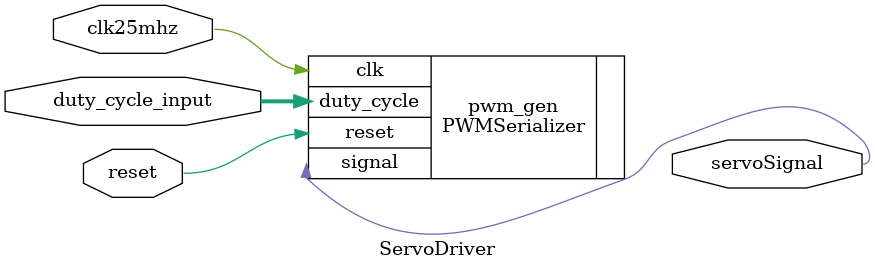
<source format=v>
module ServoDriver(
    input clk25mhz,              // 100 MHz system clock
    input reset,            // Reset signal
    input [9:0] duty_cycle_input,
    output servoSignal     // PWM signal for the servo
    );

    
    

    reg [9:0] duty_cycle; // Duty cycle input (0-1023, scaled to 0-100%)
    // Instantiate the PWMSerializer
    PWMSerializer #(
        .PERIOD_WIDTH_NS(20_000_000), // 20 ms period for servo
        .SYS_FREQ_MHZ(25)            // 25 MHz system clock
    ) pwm_gen (
        .clk(clk25mhz),                    // Connect system clock
        .reset(reset),                // Connect reset signal
        .duty_cycle(duty_cycle_input),      // Pass in duty cycle
        .signal(servoSignal)         // Connect to output PWM signal
    );
     
endmodule

</source>
